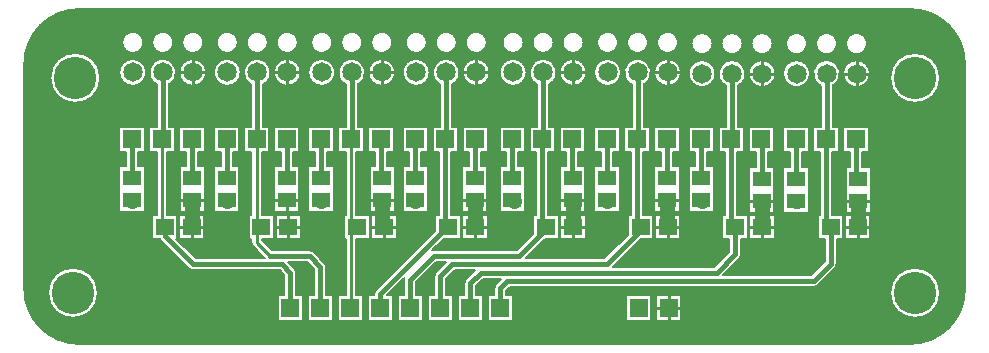
<source format=gtl>
G04 DesignSpark PCB Gerber Version 12.0 Build 5942*
%FSLAX35Y35*%
%MOMM*%
%ADD20R,1.52400X1.52400*%
%ADD13C,0.12700*%
%ADD12C,0.25400*%
%ADD16C,0.38100*%
%ADD18C,1.21920*%
%ADD17C,1.27000*%
%ADD71C,1.65000*%
%ADD19C,3.59000*%
%ADD70R,1.52400X1.29540*%
%ADD21R,1.52400X1.39700*%
X0Y0D02*
D02*
D12*
X1220350Y1944350D02*
Y1226050D01*
X1242050Y1204350D01*
X1407150D02*
X1356350D01*
X1410550Y2510350D02*
X1359750D01*
X1412850Y1429100D02*
X1362050D01*
X1470650Y1147200D02*
Y1096400D01*
Y1261500D02*
Y1312300D01*
X1476350Y1377030D02*
Y1326250D01*
X1480350Y2440550D02*
Y2389750D01*
Y2580150D02*
Y2630950D01*
X1534150Y1204350D02*
X1584950D01*
X1539850Y1429100D02*
X1590650D01*
X1550150Y2510350D02*
X1600950D01*
X2020350Y1944350D02*
Y1070350D01*
X2136350Y954350D01*
X2210550Y2510350D02*
X2159750D01*
X2212850Y1429100D02*
X2162050D01*
X2227150Y1204350D02*
X2176350D01*
X2276350Y1377030D02*
Y1326250D01*
X2280350Y2440550D02*
Y2389750D01*
Y2580150D02*
Y2630950D01*
X2290650Y1147200D02*
Y1096400D01*
Y1261500D02*
Y1312300D01*
X2339850Y1429100D02*
X2390650D01*
X2350150Y2510350D02*
X2400950D01*
X2354150Y1204350D02*
X2404950D01*
X2820350Y1944350D02*
Y520350D01*
X2814350Y514350D01*
X3010550Y2510350D02*
X2959750D01*
X3022850Y1429100D02*
X2972050D01*
X3037150Y1204350D02*
X2986350D01*
X3080350Y2440550D02*
Y2389750D01*
Y2580150D02*
Y2630950D01*
X3086350Y1377030D02*
Y1326250D01*
X3100650Y1147200D02*
Y1096400D01*
Y1261500D02*
Y1312300D01*
X3149850Y1429100D02*
X3200650D01*
X3150150Y2510350D02*
X3200950D01*
X3164150Y1204350D02*
X3214950D01*
X3802850Y1429100D02*
X3752050D01*
X3807150Y1204350D02*
X3756350D01*
X3810550Y2510350D02*
X3759750D01*
X3866350Y1377030D02*
Y1326250D01*
X3870650Y1147200D02*
Y1096400D01*
Y1261500D02*
Y1312300D01*
X3880350Y2440550D02*
Y2389750D01*
Y2580150D02*
Y2630950D01*
X3929850Y1429100D02*
X3980650D01*
X3934150Y1204350D02*
X3984950D01*
X3950150Y2510350D02*
X4000950D01*
X4630550D02*
X4579750D01*
X4632850Y1429100D02*
X4582050D01*
X4637150Y1204350D02*
X4586350D01*
X4696350Y1377030D02*
Y1326250D01*
X4700350Y2440550D02*
Y2389750D01*
Y2580150D02*
Y2630950D01*
X4700650Y1147200D02*
Y1096400D01*
Y1261500D02*
Y1312300D01*
X4759850Y1429100D02*
X4810650D01*
X4764150Y1204350D02*
X4814950D01*
X4770150Y2510350D02*
X4820950D01*
X5430550D02*
X5379750D01*
X5432850Y1429100D02*
X5382050D01*
X5437150Y1204350D02*
X5386350D01*
X5446850Y514350D02*
X5396050D01*
X5496350Y1377030D02*
Y1326250D01*
X5500350Y2440550D02*
Y2389750D01*
Y2580150D02*
Y2630950D01*
X5500650Y1147200D02*
Y1096400D01*
Y1261500D02*
Y1312300D01*
X5510350Y450850D02*
Y400050D01*
Y577850D02*
Y628650D01*
X5559850Y1429100D02*
X5610650D01*
X5564150Y1204350D02*
X5614950D01*
X5570150Y2510350D02*
X5620950D01*
X5573850Y514350D02*
X5624650D01*
X6230550Y2500350D02*
X6179750D01*
X6232850Y1419100D02*
X6182050D01*
X6237150Y1204350D02*
X6186350D01*
X6296350Y1367030D02*
Y1316250D01*
X6300350Y2430550D02*
Y2379750D01*
Y2570150D02*
Y2620950D01*
X6300650Y1147200D02*
Y1096400D01*
Y1261500D02*
Y1312300D01*
X6359850Y1419100D02*
X6410650D01*
X6364150Y1204350D02*
X6414950D01*
X6370150Y2500350D02*
X6420950D01*
X7030550D02*
X6979750D01*
X7047150Y1204350D02*
X6996350D01*
X7052850Y1419100D02*
X7002050D01*
X7100350Y2430550D02*
Y2379750D01*
Y2570150D02*
Y2620950D01*
X7110650Y1147200D02*
Y1096400D01*
Y1261500D02*
Y1312300D01*
X7116350Y1367030D02*
Y1316250D01*
X7170150Y2500350D02*
X7220950D01*
X7174150Y1204350D02*
X7224950D01*
X7179850Y1419100D02*
X7230650D01*
D02*
D13*
X54450Y2584350D02*
Y674350D01*
G75*
G03*
X516350Y212450I461900J0D01*
G01*
X7556350D01*
G75*
G03*
X8018250Y674350I0J461900D01*
G01*
Y2584350D01*
G75*
G03*
X7556350Y3046250I-461900J0D01*
G01*
X516350D01*
G75*
G03*
X54450Y2584350I0J-461900D01*
G01*
X972350Y2624600D02*
G75*
G02*
X1086600Y2510350I0J-114250D01*
G01*
G75*
G02*
X972350Y2396100I-114250J0D01*
G01*
G75*
G02*
X858100Y2510350I0J114250D01*
G01*
G75*
G02*
X972350Y2624600I114250J0D01*
G01*
X858400Y1332550D02*
Y1716150D01*
X915550D01*
Y1836400D01*
X858400D01*
Y2052300D01*
X1074300D01*
Y1836400D01*
X1017150D01*
Y1716150D01*
X1074300D01*
Y1332550D01*
X991750D01*
G75*
G02*
X940950I-25400J91790D01*
G01*
X858400D01*
X972350Y2853600D02*
G75*
G02*
X1061600Y2764350I0J-89250D01*
G01*
G75*
G02*
X972350Y2675100I-89250J0D01*
G01*
G75*
G02*
X883100Y2764350I0J89250D01*
G01*
G75*
G02*
X972350Y2853600I89250J0D01*
G01*
X1226350Y2624600D02*
G75*
G02*
X1277150Y2408020I0J-114250D01*
G01*
Y2052300D01*
X1328300D01*
Y1836400D01*
X1264800D01*
Y1305950D01*
X1350000D01*
Y1102750D01*
X1339790D01*
X1507390Y935150D01*
X2089320D01*
G75*
G02*
X2087530Y940310I47020J19200D01*
G01*
X1989160Y1038680D01*
G75*
G02*
X1975900Y1070350I31190J31670D01*
G01*
Y1102750D01*
X1954100D01*
Y1305950D01*
X1975900D01*
Y1836400D01*
X1912400D01*
Y2052300D01*
X1975550D01*
Y2408020D01*
G75*
G02*
X2026350Y2624600I50800J102330D01*
G01*
G75*
G02*
X2077150Y2408020I0J-114250D01*
G01*
Y2052300D01*
X2128300D01*
Y1836400D01*
X2064800D01*
Y1305950D01*
X2170000D01*
Y1102750D01*
X2064800D01*
Y1088760D01*
X2148410Y1005150D01*
X2470350D01*
G75*
G02*
X2506540Y990000I0J-50800D01*
G01*
X2596000Y900540D01*
G75*
G02*
X2611150Y864350I-35650J-36190D01*
G01*
Y622300D01*
X2668300D01*
Y406400D01*
X2452400D01*
Y622300D01*
X2509550D01*
Y843310D01*
X2449310Y903550D01*
X2288990D01*
X2342000Y850540D01*
G75*
G02*
X2357150Y814350I-35650J-36190D01*
G01*
Y622300D01*
X2414300D01*
Y406400D01*
X2198400D01*
Y622300D01*
X2255550D01*
Y793310D01*
X2215310Y833550D01*
X1486350D01*
G75*
G02*
X1450160Y848700I0J50800D01*
G01*
X1206400Y1092460D01*
G75*
G02*
X1198350Y1102750I35650J36180D01*
G01*
X1134100D01*
Y1305950D01*
X1175900D01*
Y1836400D01*
X1112400D01*
Y2052300D01*
X1175550D01*
Y2408020D01*
G75*
G02*
X1226350Y2624600I50800J102330D01*
G01*
Y2853600D02*
G75*
G02*
X1315600Y2764350I0J-89250D01*
G01*
G75*
G02*
X1226350Y2675100I-89250J0D01*
G01*
G75*
G02*
X1137100Y2764350I0J89250D01*
G01*
G75*
G02*
X1226350Y2853600I89250J0D01*
G01*
X1362700Y1305950D02*
X1578600D01*
Y1102750D01*
X1362700D01*
Y1305950D01*
X1480350Y2624600D02*
G75*
G02*
X1594600Y2510350I0J-114250D01*
G01*
G75*
G02*
X1480350Y2396100I-114250J0D01*
G01*
G75*
G02*
X1366100Y2510350I0J114250D01*
G01*
G75*
G02*
X1480350Y2624600I114250J0D01*
G01*
X1366400Y2052300D02*
X1582300D01*
Y1836400D01*
X1525150D01*
Y1716150D01*
X1584300D01*
Y1332550D01*
X1368400D01*
Y1716150D01*
X1423550D01*
Y1836400D01*
X1366400D01*
Y2052300D01*
X1480350Y2853600D02*
G75*
G02*
X1569600Y2764350I0J-89250D01*
G01*
G75*
G02*
X1480350Y2675100I-89250J0D01*
G01*
G75*
G02*
X1391100Y2764350I0J89250D01*
G01*
G75*
G02*
X1480350Y2853600I89250J0D01*
G01*
X1772350Y2624600D02*
G75*
G02*
X1886600Y2510350I0J-114250D01*
G01*
G75*
G02*
X1772350Y2396100I-114250J0D01*
G01*
G75*
G02*
X1658100Y2510350I0J114250D01*
G01*
G75*
G02*
X1772350Y2624600I114250J0D01*
G01*
X1658400Y1332550D02*
Y1716150D01*
X1715550D01*
Y1836400D01*
X1658400D01*
Y2052300D01*
X1874300D01*
Y1836400D01*
X1817150D01*
Y1716150D01*
X1874300D01*
Y1332550D01*
X1791750D01*
G75*
G02*
X1740950I-25400J91790D01*
G01*
X1658400D01*
X1772350Y2853600D02*
G75*
G02*
X1861600Y2764350I0J-89250D01*
G01*
G75*
G02*
X1772350Y2675100I-89250J0D01*
G01*
G75*
G02*
X1683100Y2764350I0J89250D01*
G01*
G75*
G02*
X1772350Y2853600I89250J0D01*
G01*
X2026350D02*
G75*
G02*
X2115600Y2764350I0J-89250D01*
G01*
G75*
G02*
X2026350Y2675100I-89250J0D01*
G01*
G75*
G02*
X1937100Y2764350I0J89250D01*
G01*
G75*
G02*
X2026350Y2853600I89250J0D01*
G01*
X2280350Y2624600D02*
G75*
G02*
X2394600Y2510350I0J-114250D01*
G01*
G75*
G02*
X2280350Y2396100I-114250J0D01*
G01*
G75*
G02*
X2166100Y2510350I0J114250D01*
G01*
G75*
G02*
X2280350Y2624600I114250J0D01*
G01*
X2166400Y2052300D02*
X2382300D01*
Y1836400D01*
X2325150D01*
Y1716150D01*
X2384300D01*
Y1332550D01*
X2168400D01*
Y1716150D01*
X2223550D01*
Y1836400D01*
X2166400D01*
Y2052300D01*
X2182700Y1305950D02*
X2398600D01*
Y1102750D01*
X2182700D01*
Y1305950D01*
X2280350Y2853600D02*
G75*
G02*
X2369600Y2764350I0J-89250D01*
G01*
G75*
G02*
X2280350Y2675100I-89250J0D01*
G01*
G75*
G02*
X2191100Y2764350I0J89250D01*
G01*
G75*
G02*
X2280350Y2853600I89250J0D01*
G01*
X2572350Y2624600D02*
G75*
G02*
X2686600Y2510350I0J-114250D01*
G01*
G75*
G02*
X2572350Y2396100I-114250J0D01*
G01*
G75*
G02*
X2458100Y2510350I0J114250D01*
G01*
G75*
G02*
X2572350Y2624600I114250J0D01*
G01*
X2458400Y1332550D02*
Y1716150D01*
X2515550D01*
Y1836400D01*
X2458400D01*
Y2052300D01*
X2674300D01*
Y1836400D01*
X2617150D01*
Y1716150D01*
X2674300D01*
Y1332550D01*
X2591750D01*
G75*
G02*
X2540950I-25400J91790D01*
G01*
X2458400D01*
X2572350Y2853600D02*
G75*
G02*
X2661600Y2764350I0J-89250D01*
G01*
G75*
G02*
X2572350Y2675100I-89250J0D01*
G01*
G75*
G02*
X2483100Y2764350I0J89250D01*
G01*
G75*
G02*
X2572350Y2853600I89250J0D01*
G01*
X2706400Y622300D02*
X2775900D01*
Y1102750D01*
X2764100D01*
Y1305950D01*
X2775900D01*
Y1836400D01*
X2712400D01*
Y2052300D01*
X2775550D01*
Y2408020D01*
G75*
G02*
X2826350Y2624600I50800J102330D01*
G01*
G75*
G02*
X2877150Y2408020I0J-114250D01*
G01*
Y2052300D01*
X2928300D01*
Y1836400D01*
X2864800D01*
Y1305950D01*
X2980000D01*
Y1102750D01*
X2864800D01*
Y622300D01*
X2922300D01*
Y406400D01*
X2706400D01*
Y622300D01*
X2960400D02*
X3017550D01*
Y634350D01*
G75*
G02*
X3032700Y670540I50800J0D01*
G01*
X3534100Y1171940D01*
Y1305950D01*
X3569550D01*
Y1836400D01*
X3512400D01*
Y2052300D01*
X3575550D01*
Y2408020D01*
G75*
G02*
X3626350Y2624600I50800J102330D01*
G01*
G75*
G02*
X3677150Y2408020I0J-114250D01*
G01*
Y2052300D01*
X3728300D01*
Y1836400D01*
X3671150D01*
Y1305950D01*
X3750000D01*
Y1102750D01*
X3608590D01*
X3509280Y1003440D01*
G75*
G02*
X3522350Y1005150I13070J-49090D01*
G01*
X4225310D01*
X4364100Y1143940D01*
Y1305950D01*
X4389550D01*
Y1836400D01*
X4332400D01*
Y2052300D01*
X4395550D01*
Y2408020D01*
G75*
G02*
X4446350Y2624600I50800J102330D01*
G01*
G75*
G02*
X4497150Y2408020I0J-114250D01*
G01*
Y2052300D01*
X4548300D01*
Y1836400D01*
X4491150D01*
Y1305950D01*
X4580000D01*
Y1102750D01*
X4466590D01*
X4298990Y935150D01*
X4965310D01*
X5164100Y1133940D01*
Y1305950D01*
X5189550D01*
Y1836400D01*
X5132400D01*
Y2052300D01*
X5195550D01*
Y2408020D01*
G75*
G02*
X5246350Y2624600I50800J102330D01*
G01*
G75*
G02*
X5297150Y2408020I0J-114250D01*
G01*
Y2052300D01*
X5348300D01*
Y1836400D01*
X5291150D01*
Y1305950D01*
X5380000D01*
Y1102750D01*
X5276590D01*
G75*
G02*
X5276000Y1102160I-36180J35590D01*
G01*
X5038990Y865150D01*
X5895310D01*
X6021250Y991090D01*
Y1102750D01*
X5964100D01*
Y1305950D01*
X5989550D01*
Y1836400D01*
X5932400D01*
Y2052300D01*
X5995550D01*
Y2398020D01*
G75*
G02*
X6046350Y2614600I50800J102330D01*
G01*
G75*
G02*
X6097150Y2398020I0J-114250D01*
G01*
Y2052300D01*
X6148300D01*
Y1836400D01*
X6091150D01*
Y1305950D01*
X6180000D01*
Y1102750D01*
X6122850D01*
Y970050D01*
G75*
G02*
X6107700Y933860I-50800J0D01*
G01*
X5968990Y795150D01*
X6715310D01*
X6831250Y911090D01*
Y1102750D01*
X6774100D01*
Y1305950D01*
X6789550D01*
Y1836400D01*
X6732400D01*
Y2052300D01*
X6795550D01*
Y2398020D01*
G75*
G02*
X6846350Y2614600I50800J102330D01*
G01*
G75*
G02*
X6897150Y2398020I0J-114250D01*
G01*
Y2052300D01*
X6948300D01*
Y1836400D01*
X6891150D01*
Y1305950D01*
X6990000D01*
Y1102750D01*
X6932850D01*
Y890050D01*
G75*
G02*
X6917700Y853860I-50800J0D01*
G01*
X6772540Y708700D01*
G75*
G02*
X6736350Y693550I-36190J35650D01*
G01*
X4165390D01*
X4135150Y663310D01*
Y622300D01*
X4192300D01*
Y406400D01*
X3976400D01*
Y622300D01*
X4033550D01*
Y684350D01*
G75*
G02*
X4048700Y720540I50800J0D01*
G01*
X4091710Y763550D01*
X3941390D01*
X3881150Y703310D01*
Y622300D01*
X3938300D01*
Y406400D01*
X3722400D01*
Y622300D01*
X3779550D01*
Y724350D01*
G75*
G02*
X3794700Y760540I50800J0D01*
G01*
X3867710Y833550D01*
X3697390D01*
X3627150Y763310D01*
Y622300D01*
X3684300D01*
Y406400D01*
X3468400D01*
Y622300D01*
X3525550D01*
Y784350D01*
G75*
G02*
X3540700Y820540I50800J0D01*
G01*
X3623710Y903550D01*
X3543390D01*
X3373150Y733310D01*
Y622300D01*
X3430300D01*
Y406400D01*
X3214400D01*
Y622300D01*
X3271550D01*
Y754350D01*
G75*
G02*
X3273260Y767420I50800J0D01*
G01*
X3128140Y622300D01*
X3176300D01*
Y406400D01*
X2960400D01*
Y622300D01*
X5148400D02*
X5364300D01*
Y406400D01*
X5148400D01*
Y622300D01*
X5402400D02*
X5618300D01*
Y406400D01*
X5402400D01*
Y622300D01*
X2826350Y2853600D02*
G75*
G02*
X2915600Y2764350I0J-89250D01*
G01*
G75*
G02*
X2826350Y2675100I-89250J0D01*
G01*
G75*
G02*
X2737100Y2764350I0J89250D01*
G01*
G75*
G02*
X2826350Y2853600I89250J0D01*
G01*
X3080350Y2624600D02*
G75*
G02*
X3194600Y2510350I0J-114250D01*
G01*
G75*
G02*
X3080350Y2396100I-114250J0D01*
G01*
G75*
G02*
X2966100Y2510350I0J114250D01*
G01*
G75*
G02*
X3080350Y2624600I114250J0D01*
G01*
X2966400Y2052300D02*
X3182300D01*
Y1836400D01*
X3125150D01*
Y1716150D01*
X3194300D01*
Y1332550D01*
X2978400D01*
Y1716150D01*
X3023550D01*
Y1836400D01*
X2966400D01*
Y2052300D01*
X2992700Y1305950D02*
X3208600D01*
Y1102750D01*
X2992700D01*
Y1305950D01*
X3080350Y2853600D02*
G75*
G02*
X3169600Y2764350I0J-89250D01*
G01*
G75*
G02*
X3080350Y2675100I-89250J0D01*
G01*
G75*
G02*
X2991100Y2764350I0J89250D01*
G01*
G75*
G02*
X3080350Y2853600I89250J0D01*
G01*
X3372350Y2624600D02*
G75*
G02*
X3486600Y2510350I0J-114250D01*
G01*
G75*
G02*
X3372350Y2396100I-114250J0D01*
G01*
G75*
G02*
X3258100Y2510350I0J114250D01*
G01*
G75*
G02*
X3372350Y2624600I114250J0D01*
G01*
X3258400Y1332550D02*
Y1716150D01*
X3315550D01*
Y1836400D01*
X3258400D01*
Y2052300D01*
X3474300D01*
Y1836400D01*
X3417150D01*
Y1716150D01*
X3474300D01*
Y1332550D01*
X3391750D01*
G75*
G02*
X3340950I-25400J91790D01*
G01*
X3258400D01*
X3372350Y2853600D02*
G75*
G02*
X3461600Y2764350I0J-89250D01*
G01*
G75*
G02*
X3372350Y2675100I-89250J0D01*
G01*
G75*
G02*
X3283100Y2764350I0J89250D01*
G01*
G75*
G02*
X3372350Y2853600I89250J0D01*
G01*
X3626350D02*
G75*
G02*
X3715600Y2764350I0J-89250D01*
G01*
G75*
G02*
X3626350Y2675100I-89250J0D01*
G01*
G75*
G02*
X3537100Y2764350I0J89250D01*
G01*
G75*
G02*
X3626350Y2853600I89250J0D01*
G01*
X3758400Y1332550D02*
Y1716150D01*
X3823550D01*
Y1836400D01*
X3766400D01*
Y2052300D01*
X3982300D01*
Y1836400D01*
X3925150D01*
Y1716150D01*
X3974300D01*
Y1332550D01*
X3758400D01*
X3762700Y1305950D02*
X3978600D01*
Y1102750D01*
X3762700D01*
Y1305950D01*
X3880350Y2624600D02*
G75*
G02*
X3994600Y2510350I0J-114250D01*
G01*
G75*
G02*
X3880350Y2396100I-114250J0D01*
G01*
G75*
G02*
X3766100Y2510350I0J114250D01*
G01*
G75*
G02*
X3880350Y2624600I114250J0D01*
G01*
Y2853600D02*
G75*
G02*
X3969600Y2764350I0J-89250D01*
G01*
G75*
G02*
X3880350Y2675100I-89250J0D01*
G01*
G75*
G02*
X3791100Y2764350I0J89250D01*
G01*
G75*
G02*
X3880350Y2853600I89250J0D01*
G01*
X4192350Y2624600D02*
G75*
G02*
X4306600Y2510350I0J-114250D01*
G01*
G75*
G02*
X4192350Y2396100I-114250J0D01*
G01*
G75*
G02*
X4078100Y2510350I0J114250D01*
G01*
G75*
G02*
X4192350Y2624600I114250J0D01*
G01*
X4078400Y1332550D02*
Y1716150D01*
X4135550D01*
Y1836400D01*
X4078400D01*
Y2052300D01*
X4294300D01*
Y1836400D01*
X4237150D01*
Y1716150D01*
X4294300D01*
Y1332550D01*
X4226190D01*
G75*
G02*
X4166510I-29840J91800D01*
G01*
X4078400D01*
X4192350Y2853600D02*
G75*
G02*
X4281600Y2764350I0J-89250D01*
G01*
G75*
G02*
X4192350Y2675100I-89250J0D01*
G01*
G75*
G02*
X4103100Y2764350I0J89250D01*
G01*
G75*
G02*
X4192350Y2853600I89250J0D01*
G01*
X4446350D02*
G75*
G02*
X4535600Y2764350I0J-89250D01*
G01*
G75*
G02*
X4446350Y2675100I-89250J0D01*
G01*
G75*
G02*
X4357100Y2764350I0J89250D01*
G01*
G75*
G02*
X4446350Y2853600I89250J0D01*
G01*
X4700350Y2624600D02*
G75*
G02*
X4814600Y2510350I0J-114250D01*
G01*
G75*
G02*
X4700350Y2396100I-114250J0D01*
G01*
G75*
G02*
X4586100Y2510350I0J114250D01*
G01*
G75*
G02*
X4700350Y2624600I114250J0D01*
G01*
X4586400Y2052300D02*
X4802300D01*
Y1836400D01*
X4745150D01*
Y1716150D01*
X4804300D01*
Y1332550D01*
X4588400D01*
Y1716150D01*
X4643550D01*
Y1836400D01*
X4586400D01*
Y2052300D01*
X4592700Y1305950D02*
X4808600D01*
Y1102750D01*
X4592700D01*
Y1305950D01*
X4700350Y2853600D02*
G75*
G02*
X4789600Y2764350I0J-89250D01*
G01*
G75*
G02*
X4700350Y2675100I-89250J0D01*
G01*
G75*
G02*
X4611100Y2764350I0J89250D01*
G01*
G75*
G02*
X4700350Y2853600I89250J0D01*
G01*
X4992350Y2624600D02*
G75*
G02*
X5106600Y2510350I0J-114250D01*
G01*
G75*
G02*
X4992350Y2396100I-114250J0D01*
G01*
G75*
G02*
X4878100Y2510350I0J114250D01*
G01*
G75*
G02*
X4992350Y2624600I114250J0D01*
G01*
X4878400Y1332550D02*
Y1716150D01*
X4935550D01*
Y1836400D01*
X4878400D01*
Y2052300D01*
X5094300D01*
Y1836400D01*
X5037150D01*
Y1716150D01*
X5094300D01*
Y1332550D01*
X5011750D01*
G75*
G02*
X4960950I-25400J91790D01*
G01*
X4878400D01*
X4992350Y2853600D02*
G75*
G02*
X5081600Y2764350I0J-89250D01*
G01*
G75*
G02*
X4992350Y2675100I-89250J0D01*
G01*
G75*
G02*
X4903100Y2764350I0J89250D01*
G01*
G75*
G02*
X4992350Y2853600I89250J0D01*
G01*
X5246350D02*
G75*
G02*
X5335600Y2764350I0J-89250D01*
G01*
G75*
G02*
X5246350Y2675100I-89250J0D01*
G01*
G75*
G02*
X5157100Y2764350I0J89250D01*
G01*
G75*
G02*
X5246350Y2853600I89250J0D01*
G01*
X5500350Y2624600D02*
G75*
G02*
X5614600Y2510350I0J-114250D01*
G01*
G75*
G02*
X5500350Y2396100I-114250J0D01*
G01*
G75*
G02*
X5386100Y2510350I0J114250D01*
G01*
G75*
G02*
X5500350Y2624600I114250J0D01*
G01*
X5386400Y2052300D02*
X5602300D01*
Y1836400D01*
X5545150D01*
Y1716150D01*
X5604300D01*
Y1332550D01*
X5388400D01*
Y1716150D01*
X5443550D01*
Y1836400D01*
X5386400D01*
Y2052300D01*
X5392700Y1305950D02*
X5608600D01*
Y1102750D01*
X5392700D01*
Y1305950D01*
X5500350Y2853600D02*
G75*
G02*
X5589600Y2764350I0J-89250D01*
G01*
G75*
G02*
X5500350Y2675100I-89250J0D01*
G01*
G75*
G02*
X5411100Y2764350I0J89250D01*
G01*
G75*
G02*
X5500350Y2853600I89250J0D01*
G01*
X5792350Y2614600D02*
G75*
G02*
X5906600Y2500350I0J-114250D01*
G01*
G75*
G02*
X5792350Y2386100I-114250J0D01*
G01*
G75*
G02*
X5678100Y2500350I0J114250D01*
G01*
G75*
G02*
X5792350Y2614600I114250J0D01*
G01*
X5678400Y1332550D02*
Y1716150D01*
X5735550D01*
Y1836400D01*
X5678400D01*
Y2052300D01*
X5894300D01*
Y1836400D01*
X5837150D01*
Y1716150D01*
X5894300D01*
Y1332550D01*
X5826190D01*
G75*
G02*
X5766510I-29840J91800D01*
G01*
X5678400D01*
X5792350Y2843600D02*
G75*
G02*
X5881600Y2754350I0J-89250D01*
G01*
G75*
G02*
X5792350Y2665100I-89250J0D01*
G01*
G75*
G02*
X5703100Y2754350I0J89250D01*
G01*
G75*
G02*
X5792350Y2843600I89250J0D01*
G01*
X6046350D02*
G75*
G02*
X6135600Y2754350I0J-89250D01*
G01*
G75*
G02*
X6046350Y2665100I-89250J0D01*
G01*
G75*
G02*
X5957100Y2754350I0J89250D01*
G01*
G75*
G02*
X6046350Y2843600I89250J0D01*
G01*
X6300350Y2614600D02*
G75*
G02*
X6414600Y2500350I0J-114250D01*
G01*
G75*
G02*
X6300350Y2386100I-114250J0D01*
G01*
G75*
G02*
X6186100Y2500350I0J114250D01*
G01*
G75*
G02*
X6300350Y2614600I114250J0D01*
G01*
X6186400Y2052300D02*
X6402300D01*
Y1836400D01*
X6347150D01*
Y1706150D01*
X6404300D01*
Y1322550D01*
X6188400D01*
Y1706150D01*
X6245550D01*
Y1836400D01*
X6186400D01*
Y2052300D01*
X6192700Y1305950D02*
X6408600D01*
Y1102750D01*
X6192700D01*
Y1305950D01*
X6300350Y2843600D02*
G75*
G02*
X6389600Y2754350I0J-89250D01*
G01*
G75*
G02*
X6300350Y2665100I-89250J0D01*
G01*
G75*
G02*
X6211100Y2754350I0J89250D01*
G01*
G75*
G02*
X6300350Y2843600I89250J0D01*
G01*
X6592350Y2614600D02*
G75*
G02*
X6706600Y2500350I0J-114250D01*
G01*
G75*
G02*
X6592350Y2386100I-114250J0D01*
G01*
G75*
G02*
X6478100Y2500350I0J114250D01*
G01*
G75*
G02*
X6592350Y2614600I114250J0D01*
G01*
X6478400Y1322550D02*
Y1706150D01*
X6535550D01*
Y1836400D01*
X6478400D01*
Y2052300D01*
X6694300D01*
Y1836400D01*
X6637150D01*
Y1706150D01*
X6694300D01*
Y1322550D01*
X6587270D01*
G75*
G02*
X6585430I-920J96270D01*
G01*
X6478400D01*
X6592350Y2843600D02*
G75*
G02*
X6681600Y2754350I0J-89250D01*
G01*
G75*
G02*
X6592350Y2665100I-89250J0D01*
G01*
G75*
G02*
X6503100Y2754350I0J89250D01*
G01*
G75*
G02*
X6592350Y2843600I89250J0D01*
G01*
X6846350D02*
G75*
G02*
X6935600Y2754350I0J-89250D01*
G01*
G75*
G02*
X6846350Y2665100I-89250J0D01*
G01*
G75*
G02*
X6757100Y2754350I0J89250D01*
G01*
G75*
G02*
X6846350Y2843600I89250J0D01*
G01*
X7100350Y2614600D02*
G75*
G02*
X7214600Y2500350I0J-114250D01*
G01*
G75*
G02*
X7100350Y2386100I-114250J0D01*
G01*
G75*
G02*
X6986100Y2500350I0J114250D01*
G01*
G75*
G02*
X7100350Y2614600I114250J0D01*
G01*
X6986400Y2052300D02*
X7202300D01*
Y1836400D01*
X7145150D01*
Y1706150D01*
X7224300D01*
Y1322550D01*
X7008400D01*
Y1706150D01*
X7043550D01*
Y1836400D01*
X6986400D01*
Y2052300D01*
X7002700Y1305950D02*
X7218600D01*
Y1102750D01*
X7002700D01*
Y1305950D01*
X7100350Y2843600D02*
G75*
G02*
X7189600Y2754350I0J-89250D01*
G01*
G75*
G02*
X7100350Y2665100I-89250J0D01*
G01*
G75*
G02*
X7011100Y2754350I0J89250D01*
G01*
G75*
G02*
X7100350Y2843600I89250J0D01*
G01*
X7385100Y644350D02*
G75*
G02*
X7807600I211250J0D01*
G01*
G75*
G02*
X7385100I-211250J0D01*
G01*
Y2464350D02*
G75*
G02*
X7807600I211250J0D01*
G01*
G75*
G02*
X7385100I-211250J0D01*
G01*
X255100Y644350D02*
G75*
G02*
X677600I211250J0D01*
G01*
G75*
G02*
X255100I-211250J0D01*
G01*
X275100Y2464350D02*
G75*
G02*
X697600I211250J0D01*
G01*
G75*
G02*
X275100I-211250J0D01*
G01*
X299840Y514350D02*
G36*
X299840Y514350D02*
X83050D01*
G75*
G03*
X440030Y218800I433310J160010D01*
G01*
X7632670D01*
G75*
G03*
X7989650Y514350I-76330J455560D01*
G01*
X7762860D01*
G75*
G02*
X7429840I-166510J130000D01*
G01*
X5618300D01*
Y406400D01*
X5402400D01*
Y514350D01*
X5364300D01*
Y406400D01*
X5148400D01*
Y514350D01*
X4192300D01*
Y406400D01*
X3976400D01*
Y514350D01*
X3938300D01*
Y406400D01*
X3722400D01*
Y514350D01*
X3684300D01*
Y406400D01*
X3468400D01*
Y514350D01*
X3430300D01*
Y406400D01*
X3214400D01*
Y514350D01*
X3176300D01*
Y406400D01*
X2960400D01*
Y514350D01*
X2922300D01*
Y406400D01*
X2706400D01*
Y514350D01*
X2668300D01*
Y406400D01*
X2452400D01*
Y514350D01*
X2414300D01*
Y406400D01*
X2198400D01*
Y514350D01*
X632860D01*
G75*
G02*
X299840I-166510J130000D01*
G01*
G37*
X60800Y1204350D02*
G36*
X60800Y1204350D02*
Y598030D01*
G75*
G03*
X83050Y514350I455570J76330D01*
G01*
X299840D01*
G75*
G02*
X255100Y644350I166520J130010D01*
G01*
G75*
G02*
X677600I211250J0D01*
G01*
G75*
G02*
X632860Y514350I-211260J10D01*
G01*
X2198400D01*
Y622300D01*
X2255550D01*
Y793310D01*
X2215310Y833550D01*
X1486350D01*
G75*
G02*
X1450160Y848700I-10J50780D01*
G01*
X1206400Y1092460D01*
G75*
G02*
X1198350Y1102750I35150J35790D01*
G01*
X1134100D01*
Y1204350D01*
X60800D01*
G37*
X1350000Y1102750D02*
G36*
X1350000Y1102750D02*
X1339790D01*
X1507390Y935150D01*
X2089320D01*
G75*
G02*
X2087530Y940310I50910J20550D01*
G01*
X1989160Y1038680D01*
G75*
G02*
X1975900Y1070350I31190J31670D01*
G01*
Y1102750D01*
X1954100D01*
Y1204350D01*
X1578600D01*
Y1102750D01*
X1362700D01*
Y1204350D01*
X1350000D01*
Y1102750D01*
G37*
X2064800D02*
G36*
X2064800Y1102750D02*
Y1088760D01*
X2148410Y1005150D01*
X2470350D01*
G75*
G02*
X2506540Y990000I10J-50780D01*
G01*
X2596000Y900540D01*
G75*
G02*
X2611150Y864360I-35630J-36180D01*
G01*
G75*
G02*
Y864350I-63660J0D01*
G01*
Y622300D01*
X2668300D01*
Y514350D01*
X2706400D01*
Y622300D01*
X2775900D01*
Y1102750D01*
X2764100D01*
Y1204350D01*
X2398600D01*
Y1102750D01*
X2182700D01*
Y1204350D01*
X2170000D01*
Y1102750D01*
X2064800D01*
G37*
X2288990Y903550D02*
G36*
X2288990Y903550D02*
X2342000Y850540D01*
G75*
G02*
X2357150Y814360I-35630J-36180D01*
G01*
G75*
G02*
Y814350I-63660J0D01*
G01*
Y622300D01*
X2414300D01*
Y514350D01*
X2452400D01*
Y622300D01*
X2509550D01*
Y843310D01*
X2449310Y903550D01*
X2288990D01*
G37*
X2864800Y1102750D02*
G36*
X2864800Y1102750D02*
Y622300D01*
X2922300D01*
Y514350D01*
X2960400D01*
Y622300D01*
X3017550D01*
Y634350D01*
G75*
G02*
Y634360I63660J10D01*
G01*
G75*
G02*
X3032700Y670540I50780J0D01*
G01*
X3534100Y1171940D01*
Y1204350D01*
X3208600D01*
Y1102750D01*
X2992700D01*
Y1204350D01*
X2980000D01*
Y1102750D01*
X2864800D01*
G37*
X3176300Y622300D02*
G36*
X3176300Y622300D02*
Y514350D01*
X3214400D01*
Y622300D01*
X3271550D01*
Y754350D01*
G75*
G02*
X3273260Y767420I50890J-10D01*
G01*
X3128140Y622300D01*
X3176300D01*
G37*
X3373150Y733310D02*
G36*
X3373150Y733310D02*
Y622300D01*
X3430300D01*
Y514350D01*
X3468400D01*
Y622300D01*
X3525550D01*
Y784350D01*
G75*
G02*
Y784360I63660J10D01*
G01*
G75*
G02*
X3540700Y820540I50780J0D01*
G01*
X3623710Y903550D01*
X3543390D01*
X3373150Y733310D01*
G37*
X3509280Y1003440D02*
G36*
X3509280Y1003440D02*
G75*
G02*
X3522350Y1005150I13080J-49180D01*
G01*
X4225310D01*
X4364100Y1143940D01*
Y1204350D01*
X3978600D01*
Y1102750D01*
X3762700D01*
Y1204350D01*
X3750000D01*
Y1102750D01*
X3608590D01*
X3509280Y1003440D01*
G37*
X3627150Y763310D02*
G36*
X3627150Y763310D02*
Y622300D01*
X3684300D01*
Y514350D01*
X3722400D01*
Y622300D01*
X3779550D01*
Y724350D01*
G75*
G02*
Y724360I63660J10D01*
G01*
G75*
G02*
X3794700Y760540I50780J0D01*
G01*
X3867710Y833550D01*
X3697390D01*
X3627150Y763310D01*
G37*
X3881150Y703310D02*
G36*
X3881150Y703310D02*
Y622300D01*
X3938300D01*
Y514350D01*
X3976400D01*
Y622300D01*
X4033550D01*
Y684350D01*
G75*
G02*
Y684360I63660J10D01*
G01*
G75*
G02*
X4048700Y720540I50780J0D01*
G01*
X4091710Y763550D01*
X3941390D01*
X3881150Y703310D01*
G37*
X4135150Y663310D02*
G36*
X4135150Y663310D02*
Y622300D01*
X4192300D01*
Y514350D01*
X5148400D01*
Y622300D01*
X5364300D01*
Y514350D01*
X5402400D01*
Y622300D01*
X5618300D01*
Y514350D01*
X7429840D01*
G75*
G02*
X7385100Y644350I166520J130010D01*
G01*
G75*
G02*
X7807600I211250J0D01*
G01*
G75*
G02*
X7762860Y514350I-211260J10D01*
G01*
X7989650D01*
G75*
G03*
X8011900Y598030I-433320J160010D01*
G01*
Y1204350D01*
X7218600D01*
Y1102750D01*
X7002700D01*
Y1204350D01*
X6990000D01*
Y1102750D01*
X6932850D01*
Y890050D01*
G75*
G02*
Y890040I-63660J0D01*
G01*
G75*
G02*
X6917700Y853860I-50780J0D01*
G01*
X6772540Y708700D01*
G75*
G02*
X6736350Y693550I-36180J35630D01*
G01*
X4165390D01*
X4135150Y663310D01*
G37*
X4466590Y1102750D02*
G36*
X4466590Y1102750D02*
X4298990Y935150D01*
X4965310D01*
X5164100Y1133940D01*
Y1204350D01*
X4808600D01*
Y1102750D01*
X4592700D01*
Y1204350D01*
X4580000D01*
Y1102750D01*
X4466590D01*
G37*
X5276000Y1102160D02*
G36*
X5276000Y1102160D02*
X5038990Y865150D01*
X5895310D01*
X6021250Y991090D01*
Y1102750D01*
X5964100D01*
Y1204350D01*
X5608600D01*
Y1102750D01*
X5392700D01*
Y1204350D01*
X5380000D01*
Y1102750D01*
X5276590D01*
G75*
G02*
X5276000Y1102160I-9000J8410D01*
G01*
G37*
X6107700Y933860D02*
G36*
X6107700Y933860D02*
X5968990Y795150D01*
X6715310D01*
X6831250Y911090D01*
Y1102750D01*
X6774100D01*
Y1204350D01*
X6408600D01*
Y1102750D01*
X6192700D01*
Y1204350D01*
X6180000D01*
Y1102750D01*
X6122850D01*
Y970050D01*
G75*
G02*
Y970040I-63660J0D01*
G01*
G75*
G02*
X6107700Y933860I-50780J0D01*
G01*
G37*
X60800Y1690700D02*
G36*
X60800Y1690700D02*
Y1204350D01*
X1134100D01*
Y1305950D01*
X1175900D01*
Y1690700D01*
X1074300D01*
Y1332550D01*
X991750D01*
G75*
G02*
X940950I-25400J91780D01*
G01*
X858400D01*
Y1690700D01*
X60800D01*
G37*
X1264800D02*
G36*
X1264800Y1690700D02*
Y1305950D01*
X1350000D01*
Y1204350D01*
X1362700D01*
Y1305950D01*
X1578600D01*
Y1204350D01*
X1954100D01*
Y1305950D01*
X1975900D01*
Y1690700D01*
X1874300D01*
Y1332550D01*
X1791750D01*
G75*
G02*
X1740950I-25400J91780D01*
G01*
X1658400D01*
Y1690700D01*
X1584300D01*
Y1332550D01*
X1368400D01*
Y1690700D01*
X1264800D01*
G37*
X2064800D02*
G36*
X2064800Y1690700D02*
Y1305950D01*
X2170000D01*
Y1204350D01*
X2182700D01*
Y1305950D01*
X2398600D01*
Y1204350D01*
X2764100D01*
Y1305950D01*
X2775900D01*
Y1690700D01*
X2674300D01*
Y1332550D01*
X2591750D01*
G75*
G02*
X2540950I-25400J91780D01*
G01*
X2458400D01*
Y1690700D01*
X2384300D01*
Y1332550D01*
X2168400D01*
Y1690700D01*
X2064800D01*
G37*
X2864800D02*
G36*
X2864800Y1690700D02*
Y1305950D01*
X2980000D01*
Y1204350D01*
X2992700D01*
Y1305950D01*
X3208600D01*
Y1204350D01*
X3534100D01*
Y1305950D01*
X3569550D01*
Y1690700D01*
X3474300D01*
Y1332550D01*
X3391750D01*
G75*
G02*
X3340950I-25400J91780D01*
G01*
X3258400D01*
Y1690700D01*
X3194300D01*
Y1332550D01*
X2978400D01*
Y1690700D01*
X2864800D01*
G37*
X3671150D02*
G36*
X3671150Y1690700D02*
Y1305950D01*
X3750000D01*
Y1204350D01*
X3762700D01*
Y1305950D01*
X3978600D01*
Y1204350D01*
X4364100D01*
Y1305950D01*
X4389550D01*
Y1690700D01*
X4294300D01*
Y1332550D01*
X4226190D01*
G75*
G02*
X4166510I-29840J91760D01*
G01*
X4078400D01*
Y1690700D01*
X3974300D01*
Y1332550D01*
X3758400D01*
Y1690700D01*
X3671150D01*
G37*
X4491150D02*
G36*
X4491150Y1690700D02*
Y1305950D01*
X4580000D01*
Y1204350D01*
X4592700D01*
Y1305950D01*
X4808600D01*
Y1204350D01*
X5164100D01*
Y1305950D01*
X5189550D01*
Y1690700D01*
X5094300D01*
Y1332550D01*
X5011750D01*
G75*
G02*
X4960950I-25400J91780D01*
G01*
X4878400D01*
Y1690700D01*
X4804300D01*
Y1332550D01*
X4588400D01*
Y1690700D01*
X4491150D01*
G37*
X5291150D02*
G36*
X5291150Y1690700D02*
Y1305950D01*
X5380000D01*
Y1204350D01*
X5392700D01*
Y1305950D01*
X5608600D01*
Y1204350D01*
X5964100D01*
Y1305950D01*
X5989550D01*
Y1690700D01*
X5894300D01*
Y1332550D01*
X5826190D01*
G75*
G02*
X5766510I-29840J91760D01*
G01*
X5678400D01*
Y1690700D01*
X5604300D01*
Y1332550D01*
X5388400D01*
Y1690700D01*
X5291150D01*
G37*
X6091150D02*
G36*
X6091150Y1690700D02*
Y1305950D01*
X6180000D01*
Y1204350D01*
X6192700D01*
Y1305950D01*
X6408600D01*
Y1204350D01*
X6774100D01*
Y1305950D01*
X6789550D01*
Y1690700D01*
X6694300D01*
Y1322550D01*
X6587270D01*
X6585430D01*
X6478400D01*
Y1690700D01*
X6404300D01*
Y1322550D01*
X6188400D01*
Y1690700D01*
X6091150D01*
G37*
X6891150D02*
G36*
X6891150Y1690700D02*
Y1305950D01*
X6990000D01*
Y1204350D01*
X7002700D01*
Y1305950D01*
X7218600D01*
Y1204350D01*
X8011900D01*
Y1690700D01*
X7224300D01*
Y1322550D01*
X7008400D01*
Y1690700D01*
X6891150D01*
G37*
X60800Y2510350D02*
G36*
X60800Y2510350D02*
Y1690700D01*
X858400D01*
Y1716150D01*
X915550D01*
Y1836400D01*
X858400D01*
Y2052300D01*
X1074300D01*
Y1836400D01*
X1017150D01*
Y1716150D01*
X1074300D01*
Y1690700D01*
X1175900D01*
Y1836400D01*
X1112400D01*
Y2052300D01*
X1175550D01*
Y2408020D01*
G75*
G02*
X1112100Y2510350I50800J102330D01*
G01*
X1086600D01*
G75*
G02*
Y2510340I-114590J0D01*
G01*
G75*
G02*
X972350Y2396100I-114250J0D01*
G01*
G75*
G02*
X858100Y2510340I0J114240D01*
G01*
G75*
G02*
Y2510350I114590J10D01*
G01*
X692530D01*
G75*
G02*
X697600Y2464350I-206180J-46000D01*
G01*
G75*
G02*
X275100I-211250J0D01*
G01*
G75*
G02*
X280170Y2510350I211250J0D01*
G01*
X60800D01*
G37*
X1264800Y1836400D02*
G36*
X1264800Y1836400D02*
Y1690700D01*
X1368400D01*
Y1716150D01*
X1423550D01*
Y1836400D01*
X1366400D01*
Y2052300D01*
X1582300D01*
Y1836400D01*
X1525150D01*
Y1716150D01*
X1584300D01*
Y1690700D01*
X1658400D01*
Y1716150D01*
X1715550D01*
Y1836400D01*
X1658400D01*
Y2052300D01*
X1874300D01*
Y1836400D01*
X1817150D01*
Y1716150D01*
X1874300D01*
Y1690700D01*
X1975900D01*
Y1836400D01*
X1912400D01*
Y2052300D01*
X1975550D01*
Y2408020D01*
G75*
G02*
X1912100Y2510350I50800J102330D01*
G01*
X1886600D01*
G75*
G02*
Y2510340I-114590J0D01*
G01*
G75*
G02*
X1772350Y2396100I-114250J0D01*
G01*
G75*
G02*
X1658100Y2510340I0J114240D01*
G01*
G75*
G02*
Y2510350I114590J10D01*
G01*
X1594600D01*
G75*
G02*
Y2510340I-114590J0D01*
G01*
G75*
G02*
X1480350Y2396100I-114250J0D01*
G01*
G75*
G02*
X1366100Y2510340I0J114240D01*
G01*
G75*
G02*
Y2510350I114590J10D01*
G01*
X1340600D01*
G75*
G02*
X1277150Y2408020I-114250J0D01*
G01*
Y2052300D01*
X1328300D01*
Y1836400D01*
X1264800D01*
G37*
X2064800D02*
G36*
X2064800Y1836400D02*
Y1690700D01*
X2168400D01*
Y1716150D01*
X2223550D01*
Y1836400D01*
X2166400D01*
Y2052300D01*
X2382300D01*
Y1836400D01*
X2325150D01*
Y1716150D01*
X2384300D01*
Y1690700D01*
X2458400D01*
Y1716150D01*
X2515550D01*
Y1836400D01*
X2458400D01*
Y2052300D01*
X2674300D01*
Y1836400D01*
X2617150D01*
Y1716150D01*
X2674300D01*
Y1690700D01*
X2775900D01*
Y1836400D01*
X2712400D01*
Y2052300D01*
X2775550D01*
Y2408020D01*
G75*
G02*
X2712100Y2510350I50800J102330D01*
G01*
X2686600D01*
G75*
G02*
Y2510340I-114590J0D01*
G01*
G75*
G02*
X2572350Y2396100I-114250J0D01*
G01*
G75*
G02*
X2458100Y2510340I0J114240D01*
G01*
G75*
G02*
Y2510350I114590J10D01*
G01*
X2394600D01*
G75*
G02*
Y2510340I-114590J0D01*
G01*
G75*
G02*
X2280350Y2396100I-114250J0D01*
G01*
G75*
G02*
X2166100Y2510340I0J114240D01*
G01*
G75*
G02*
Y2510350I114590J10D01*
G01*
X2140600D01*
G75*
G02*
X2077150Y2408020I-114250J0D01*
G01*
Y2052300D01*
X2128300D01*
Y1836400D01*
X2064800D01*
G37*
X2864800D02*
G36*
X2864800Y1836400D02*
Y1690700D01*
X2978400D01*
Y1716150D01*
X3023550D01*
Y1836400D01*
X2966400D01*
Y2052300D01*
X3182300D01*
Y1836400D01*
X3125150D01*
Y1716150D01*
X3194300D01*
Y1690700D01*
X3258400D01*
Y1716150D01*
X3315550D01*
Y1836400D01*
X3258400D01*
Y2052300D01*
X3474300D01*
Y1836400D01*
X3417150D01*
Y1716150D01*
X3474300D01*
Y1690700D01*
X3569550D01*
Y1836400D01*
X3512400D01*
Y2052300D01*
X3575550D01*
Y2408020D01*
G75*
G02*
X3512100Y2510350I50800J102330D01*
G01*
X3486600D01*
G75*
G02*
Y2510340I-114590J0D01*
G01*
G75*
G02*
X3372350Y2396100I-114250J0D01*
G01*
G75*
G02*
X3258100Y2510340I0J114240D01*
G01*
G75*
G02*
Y2510350I114590J10D01*
G01*
X3194600D01*
G75*
G02*
Y2510340I-114590J0D01*
G01*
G75*
G02*
X3080350Y2396100I-114250J0D01*
G01*
G75*
G02*
X2966100Y2510340I0J114240D01*
G01*
G75*
G02*
Y2510350I114590J10D01*
G01*
X2940600D01*
G75*
G02*
X2877150Y2408020I-114250J0D01*
G01*
Y2052300D01*
X2928300D01*
Y1836400D01*
X2864800D01*
G37*
X3671150D02*
G36*
X3671150Y1836400D02*
Y1690700D01*
X3758400D01*
Y1716150D01*
X3823550D01*
Y1836400D01*
X3766400D01*
Y2052300D01*
X3982300D01*
Y1836400D01*
X3925150D01*
Y1716150D01*
X3974300D01*
Y1690700D01*
X4078400D01*
Y1716150D01*
X4135550D01*
Y1836400D01*
X4078400D01*
Y2052300D01*
X4294300D01*
Y1836400D01*
X4237150D01*
Y1716150D01*
X4294300D01*
Y1690700D01*
X4389550D01*
Y1836400D01*
X4332400D01*
Y2052300D01*
X4395550D01*
Y2408020D01*
G75*
G02*
X4332100Y2510350I50800J102330D01*
G01*
X4306600D01*
G75*
G02*
Y2510340I-114590J0D01*
G01*
G75*
G02*
X4192350Y2396100I-114250J0D01*
G01*
G75*
G02*
X4078100Y2510340I0J114240D01*
G01*
G75*
G02*
Y2510350I114590J10D01*
G01*
X3994600D01*
G75*
G02*
Y2510340I-114590J0D01*
G01*
G75*
G02*
X3880350Y2396100I-114250J0D01*
G01*
G75*
G02*
X3766100Y2510340I0J114240D01*
G01*
G75*
G02*
Y2510350I114590J10D01*
G01*
X3740600D01*
G75*
G02*
X3677150Y2408020I-114250J0D01*
G01*
Y2052300D01*
X3728300D01*
Y1836400D01*
X3671150D01*
G37*
X4491150D02*
G36*
X4491150Y1836400D02*
Y1690700D01*
X4588400D01*
Y1716150D01*
X4643550D01*
Y1836400D01*
X4586400D01*
Y2052300D01*
X4802300D01*
Y1836400D01*
X4745150D01*
Y1716150D01*
X4804300D01*
Y1690700D01*
X4878400D01*
Y1716150D01*
X4935550D01*
Y1836400D01*
X4878400D01*
Y2052300D01*
X5094300D01*
Y1836400D01*
X5037150D01*
Y1716150D01*
X5094300D01*
Y1690700D01*
X5189550D01*
Y1836400D01*
X5132400D01*
Y2052300D01*
X5195550D01*
Y2408020D01*
G75*
G02*
X5132100Y2510350I50800J102330D01*
G01*
X5106600D01*
G75*
G02*
Y2510340I-114590J0D01*
G01*
G75*
G02*
X4992350Y2396100I-114250J0D01*
G01*
G75*
G02*
X4878100Y2510340I0J114240D01*
G01*
G75*
G02*
Y2510350I114590J10D01*
G01*
X4814600D01*
G75*
G02*
Y2510340I-114590J0D01*
G01*
G75*
G02*
X4700350Y2396100I-114250J0D01*
G01*
G75*
G02*
X4586100Y2510340I0J114240D01*
G01*
G75*
G02*
Y2510350I114590J10D01*
G01*
X4560600D01*
G75*
G02*
X4497150Y2408020I-114250J0D01*
G01*
Y2052300D01*
X4548300D01*
Y1836400D01*
X4491150D01*
G37*
X5291150D02*
G36*
X5291150Y1836400D02*
Y1690700D01*
X5388400D01*
Y1716150D01*
X5443550D01*
Y1836400D01*
X5386400D01*
Y2052300D01*
X5602300D01*
Y1836400D01*
X5545150D01*
Y1716150D01*
X5604300D01*
Y1690700D01*
X5678400D01*
Y1716150D01*
X5735550D01*
Y1836400D01*
X5678400D01*
Y2052300D01*
X5894300D01*
Y1836400D01*
X5837150D01*
Y1716150D01*
X5894300D01*
Y1690700D01*
X5989550D01*
Y1836400D01*
X5932400D01*
Y2052300D01*
X5995550D01*
Y2398020D01*
G75*
G02*
X5932100Y2500350I50800J102330D01*
G01*
G75*
G02*
X5932540Y2510350I114280J-20D01*
G01*
X5906160D01*
G75*
G02*
X5906600Y2500360I-113820J-10020D01*
G01*
G75*
G02*
Y2500350I-114590J0D01*
G01*
G75*
G02*
Y2500340I-114590J0D01*
G01*
G75*
G02*
X5792350Y2386100I-114250J0D01*
G01*
G75*
G02*
X5678100Y2500340I0J114240D01*
G01*
G75*
G02*
Y2500350I114590J10D01*
G01*
G75*
G02*
Y2500360I114590J10D01*
G01*
G75*
G02*
X5678540Y2510350I114260J-30D01*
G01*
X5614600D01*
G75*
G02*
Y2510340I-114590J0D01*
G01*
G75*
G02*
X5500350Y2396100I-114250J0D01*
G01*
G75*
G02*
X5386100Y2510340I0J114240D01*
G01*
G75*
G02*
Y2510350I114590J10D01*
G01*
X5360600D01*
G75*
G02*
X5297150Y2408020I-114250J0D01*
G01*
Y2052300D01*
X5348300D01*
Y1836400D01*
X5291150D01*
G37*
X6091150D02*
G36*
X6091150Y1836400D02*
Y1690700D01*
X6188400D01*
Y1706150D01*
X6245550D01*
Y1836400D01*
X6186400D01*
Y2052300D01*
X6402300D01*
Y1836400D01*
X6347150D01*
Y1706150D01*
X6404300D01*
Y1690700D01*
X6478400D01*
Y1706150D01*
X6535550D01*
Y1836400D01*
X6478400D01*
Y2052300D01*
X6694300D01*
Y1836400D01*
X6637150D01*
Y1706150D01*
X6694300D01*
Y1690700D01*
X6789550D01*
Y1836400D01*
X6732400D01*
Y2052300D01*
X6795550D01*
Y2398020D01*
G75*
G02*
X6732100Y2500350I50800J102330D01*
G01*
G75*
G02*
X6732540Y2510350I114280J-20D01*
G01*
X6706160D01*
G75*
G02*
X6706600Y2500360I-113820J-10020D01*
G01*
G75*
G02*
Y2500350I-114590J0D01*
G01*
G75*
G02*
Y2500340I-114590J0D01*
G01*
G75*
G02*
X6592350Y2386100I-114250J0D01*
G01*
G75*
G02*
X6478100Y2500340I0J114240D01*
G01*
G75*
G02*
Y2500350I114590J10D01*
G01*
G75*
G02*
Y2500360I114590J10D01*
G01*
G75*
G02*
X6478540Y2510350I114260J-30D01*
G01*
X6414160D01*
G75*
G02*
X6414600Y2500360I-113820J-10020D01*
G01*
G75*
G02*
Y2500350I-114590J0D01*
G01*
G75*
G02*
Y2500340I-114590J0D01*
G01*
G75*
G02*
X6300350Y2386100I-114250J0D01*
G01*
G75*
G02*
X6186100Y2500340I0J114240D01*
G01*
G75*
G02*
Y2500350I114590J10D01*
G01*
G75*
G02*
Y2500360I114590J10D01*
G01*
G75*
G02*
X6186540Y2510350I114260J-30D01*
G01*
X6160160D01*
G75*
G02*
X6160600Y2500350I-113840J-10020D01*
G01*
G75*
G02*
X6097150Y2398020I-114250J0D01*
G01*
Y2052300D01*
X6148300D01*
Y1836400D01*
X6091150D01*
G37*
X6891150D02*
G36*
X6891150Y1836400D02*
Y1690700D01*
X7008400D01*
Y1706150D01*
X7043550D01*
Y1836400D01*
X6986400D01*
Y2052300D01*
X7202300D01*
Y1836400D01*
X7145150D01*
Y1706150D01*
X7224300D01*
Y1690700D01*
X8011900D01*
Y2510350D01*
X7802530D01*
G75*
G02*
X7807600Y2464350I-206180J-46000D01*
G01*
G75*
G02*
X7385100I-211250J0D01*
G01*
G75*
G02*
X7390170Y2510350I211250J0D01*
G01*
X7214160D01*
G75*
G02*
X7214600Y2500360I-113820J-10020D01*
G01*
G75*
G02*
Y2500350I-114590J0D01*
G01*
G75*
G02*
Y2500340I-114590J0D01*
G01*
G75*
G02*
X7100350Y2386100I-114250J0D01*
G01*
G75*
G02*
X6986100Y2500340I0J114240D01*
G01*
G75*
G02*
Y2500350I114590J10D01*
G01*
G75*
G02*
Y2500360I114590J10D01*
G01*
G75*
G02*
X6986540Y2510350I114260J-30D01*
G01*
X6960160D01*
G75*
G02*
X6960600Y2500350I-113840J-10020D01*
G01*
G75*
G02*
X6897150Y2398020I-114250J0D01*
G01*
Y2052300D01*
X6948300D01*
Y1836400D01*
X6891150D01*
G37*
X60800Y2660670D02*
G36*
X60800Y2660670D02*
Y2510350D01*
X280170D01*
G75*
G02*
X692530I206180J-46000D01*
G01*
X858100D01*
G75*
G02*
Y2510360I114590J10D01*
G01*
G75*
G02*
X972350Y2624600I114250J0D01*
G01*
G75*
G02*
X1086600Y2510360I0J-114240D01*
G01*
G75*
G02*
Y2510350I-114590J0D01*
G01*
X1112100D01*
G75*
G02*
X1226350Y2624600I114250J0D01*
G01*
G75*
G02*
X1340600Y2510350I0J-114250D01*
G01*
X1366100D01*
G75*
G02*
Y2510360I114590J10D01*
G01*
G75*
G02*
X1480350Y2624600I114250J0D01*
G01*
G75*
G02*
X1594600Y2510360I0J-114240D01*
G01*
G75*
G02*
Y2510350I-114590J0D01*
G01*
X1658100D01*
G75*
G02*
Y2510360I114590J10D01*
G01*
G75*
G02*
X1772350Y2624600I114250J0D01*
G01*
G75*
G02*
X1886600Y2510360I0J-114240D01*
G01*
G75*
G02*
Y2510350I-114590J0D01*
G01*
X1912100D01*
G75*
G02*
X2026350Y2624600I114250J0D01*
G01*
G75*
G02*
X2140600Y2510350I0J-114250D01*
G01*
X2166100D01*
G75*
G02*
Y2510360I114590J10D01*
G01*
G75*
G02*
X2280350Y2624600I114250J0D01*
G01*
G75*
G02*
X2394600Y2510360I0J-114240D01*
G01*
G75*
G02*
Y2510350I-114590J0D01*
G01*
X2458100D01*
G75*
G02*
Y2510360I114590J10D01*
G01*
G75*
G02*
X2572350Y2624600I114250J0D01*
G01*
G75*
G02*
X2686600Y2510360I0J-114240D01*
G01*
G75*
G02*
Y2510350I-114590J0D01*
G01*
X2712100D01*
G75*
G02*
X2826350Y2624600I114250J0D01*
G01*
G75*
G02*
X2940600Y2510350I0J-114250D01*
G01*
X2966100D01*
G75*
G02*
Y2510360I114590J10D01*
G01*
G75*
G02*
X3080350Y2624600I114250J0D01*
G01*
G75*
G02*
X3194600Y2510360I0J-114240D01*
G01*
G75*
G02*
Y2510350I-114590J0D01*
G01*
X3258100D01*
G75*
G02*
Y2510360I114590J10D01*
G01*
G75*
G02*
X3372350Y2624600I114250J0D01*
G01*
G75*
G02*
X3486600Y2510360I0J-114240D01*
G01*
G75*
G02*
Y2510350I-114590J0D01*
G01*
X3512100D01*
G75*
G02*
X3626350Y2624600I114250J0D01*
G01*
G75*
G02*
X3740600Y2510350I0J-114250D01*
G01*
X3766100D01*
G75*
G02*
Y2510360I114590J10D01*
G01*
G75*
G02*
X3880350Y2624600I114250J0D01*
G01*
G75*
G02*
X3994600Y2510360I0J-114240D01*
G01*
G75*
G02*
Y2510350I-114590J0D01*
G01*
X4078100D01*
G75*
G02*
Y2510360I114590J10D01*
G01*
G75*
G02*
X4192350Y2624600I114250J0D01*
G01*
G75*
G02*
X4306600Y2510360I0J-114240D01*
G01*
G75*
G02*
Y2510350I-114590J0D01*
G01*
X4332100D01*
G75*
G02*
X4446350Y2624600I114250J0D01*
G01*
G75*
G02*
X4560600Y2510350I0J-114250D01*
G01*
X4586100D01*
G75*
G02*
Y2510360I114590J10D01*
G01*
G75*
G02*
X4700350Y2624600I114250J0D01*
G01*
G75*
G02*
X4814600Y2510360I0J-114240D01*
G01*
G75*
G02*
Y2510350I-114590J0D01*
G01*
X4878100D01*
G75*
G02*
Y2510360I114590J10D01*
G01*
G75*
G02*
X4992350Y2624600I114250J0D01*
G01*
G75*
G02*
X5106600Y2510360I0J-114240D01*
G01*
G75*
G02*
Y2510350I-114590J0D01*
G01*
X5132100D01*
G75*
G02*
X5246350Y2624600I114250J0D01*
G01*
G75*
G02*
X5360600Y2510350I0J-114250D01*
G01*
X5386100D01*
G75*
G02*
Y2510360I114590J10D01*
G01*
G75*
G02*
X5500350Y2624600I114250J0D01*
G01*
G75*
G02*
X5614600Y2510360I0J-114240D01*
G01*
G75*
G02*
Y2510350I-114590J0D01*
G01*
X5678540D01*
G75*
G02*
X5792350Y2614600I113800J-9990D01*
G01*
G75*
G02*
X5906160Y2510350I10J-114240D01*
G01*
X5932540D01*
G75*
G02*
X6046350Y2614600I113810J-10000D01*
G01*
G75*
G02*
X6160160Y2510350I0J-114250D01*
G01*
X6186540D01*
G75*
G02*
X6300350Y2614600I113800J-9990D01*
G01*
G75*
G02*
X6414160Y2510350I10J-114240D01*
G01*
X6478540D01*
G75*
G02*
X6592350Y2614600I113800J-9990D01*
G01*
G75*
G02*
X6706160Y2510350I10J-114240D01*
G01*
X6732540D01*
G75*
G02*
X6846350Y2614600I113810J-10000D01*
G01*
G75*
G02*
X6960160Y2510350I0J-114250D01*
G01*
X6986540D01*
G75*
G02*
X7100350Y2614600I113800J-9990D01*
G01*
G75*
G02*
X7214160Y2510350I10J-114240D01*
G01*
X7390170D01*
G75*
G02*
X7802530I206180J-46000D01*
G01*
X8011900D01*
Y2660670D01*
G75*
G03*
X7981730Y2764350I-455580J-76340D01*
G01*
X7189040D01*
G75*
G02*
X7189600Y2754350I-88720J-9980D01*
G01*
G75*
G02*
X7100350Y2665100I-89250J0D01*
G01*
G75*
G02*
X7011100Y2754350I0J89250D01*
G01*
G75*
G02*
X7011660Y2764350I89280J20D01*
G01*
X6935040D01*
G75*
G02*
X6935600Y2754350I-88720J-9980D01*
G01*
G75*
G02*
X6846350Y2665100I-89250J0D01*
G01*
G75*
G02*
X6757100Y2754350I0J89250D01*
G01*
G75*
G02*
X6757660Y2764350I89280J20D01*
G01*
X6681040D01*
G75*
G02*
X6681600Y2754350I-88720J-9980D01*
G01*
G75*
G02*
X6592350Y2665100I-89250J0D01*
G01*
G75*
G02*
X6503100Y2754350I0J89250D01*
G01*
G75*
G02*
X6503660Y2764350I89280J20D01*
G01*
X6389040D01*
G75*
G02*
X6389600Y2754350I-88720J-9980D01*
G01*
G75*
G02*
X6300350Y2665100I-89250J0D01*
G01*
G75*
G02*
X6211100Y2754350I0J89250D01*
G01*
G75*
G02*
X6211660Y2764350I89280J20D01*
G01*
X6135040D01*
G75*
G02*
X6135600Y2754350I-88720J-9980D01*
G01*
G75*
G02*
X6046350Y2665100I-89250J0D01*
G01*
G75*
G02*
X5957100Y2754350I0J89250D01*
G01*
G75*
G02*
X5957660Y2764350I89280J20D01*
G01*
X5881040D01*
G75*
G02*
X5881600Y2754350I-88720J-9980D01*
G01*
G75*
G02*
X5792350Y2665100I-89250J0D01*
G01*
G75*
G02*
X5703100Y2754350I0J89250D01*
G01*
G75*
G02*
X5703660Y2764350I89280J20D01*
G01*
X5589600D01*
G75*
G02*
X5500350Y2675100I-89250J0D01*
G01*
G75*
G02*
X5411100Y2764350I0J89250D01*
G01*
X5335600D01*
G75*
G02*
X5246350Y2675100I-89250J0D01*
G01*
G75*
G02*
X5157100Y2764350I0J89250D01*
G01*
X5081600D01*
G75*
G02*
X4992350Y2675100I-89250J0D01*
G01*
G75*
G02*
X4903100Y2764350I0J89250D01*
G01*
X4789600D01*
G75*
G02*
X4700350Y2675100I-89250J0D01*
G01*
G75*
G02*
X4611100Y2764350I0J89250D01*
G01*
X4535600D01*
G75*
G02*
X4446350Y2675100I-89250J0D01*
G01*
G75*
G02*
X4357100Y2764350I0J89250D01*
G01*
X4281600D01*
G75*
G02*
X4192350Y2675100I-89250J0D01*
G01*
G75*
G02*
X4103100Y2764350I0J89250D01*
G01*
X3969600D01*
G75*
G02*
X3880350Y2675100I-89250J0D01*
G01*
G75*
G02*
X3791100Y2764350I0J89250D01*
G01*
X3715600D01*
G75*
G02*
X3626350Y2675100I-89250J0D01*
G01*
G75*
G02*
X3537100Y2764350I0J89250D01*
G01*
X3461600D01*
G75*
G02*
X3372350Y2675100I-89250J0D01*
G01*
G75*
G02*
X3283100Y2764350I0J89250D01*
G01*
X3169600D01*
G75*
G02*
X3080350Y2675100I-89250J0D01*
G01*
G75*
G02*
X2991100Y2764350I0J89250D01*
G01*
X2915600D01*
G75*
G02*
X2826350Y2675100I-89250J0D01*
G01*
G75*
G02*
X2737100Y2764350I0J89250D01*
G01*
X2661600D01*
G75*
G02*
X2572350Y2675100I-89250J0D01*
G01*
G75*
G02*
X2483100Y2764350I0J89250D01*
G01*
X2369600D01*
G75*
G02*
X2280350Y2675100I-89250J0D01*
G01*
G75*
G02*
X2191100Y2764350I0J89250D01*
G01*
X2115600D01*
G75*
G02*
X2026350Y2675100I-89250J0D01*
G01*
G75*
G02*
X1937100Y2764350I0J89250D01*
G01*
X1861600D01*
G75*
G02*
X1772350Y2675100I-89250J0D01*
G01*
G75*
G02*
X1683100Y2764350I0J89250D01*
G01*
X1569600D01*
G75*
G02*
X1480350Y2675100I-89250J0D01*
G01*
G75*
G02*
X1391100Y2764350I0J89250D01*
G01*
X1315600D01*
G75*
G02*
X1226350Y2675100I-89250J0D01*
G01*
G75*
G02*
X1137100Y2764350I0J89250D01*
G01*
X1061600D01*
G75*
G02*
X972350Y2675100I-89250J0D01*
G01*
G75*
G02*
X883100Y2764350I0J89250D01*
G01*
X90970D01*
G75*
G03*
X60800Y2660670I425410J-180020D01*
G01*
G37*
X440030Y3039900D02*
G36*
X440030Y3039900D02*
G75*
G03*
X90970Y2764350I76330J-455560D01*
G01*
X883100D01*
G75*
G02*
X972350Y2853600I89250J0D01*
G01*
G75*
G02*
X1061600Y2764350I0J-89250D01*
G01*
X1137100D01*
G75*
G02*
X1226350Y2853600I89250J0D01*
G01*
G75*
G02*
X1315600Y2764350I0J-89250D01*
G01*
X1391100D01*
G75*
G02*
X1480350Y2853600I89250J0D01*
G01*
G75*
G02*
X1569600Y2764350I0J-89250D01*
G01*
X1683100D01*
G75*
G02*
X1772350Y2853600I89250J0D01*
G01*
G75*
G02*
X1861600Y2764350I0J-89250D01*
G01*
X1937100D01*
G75*
G02*
X2026350Y2853600I89250J0D01*
G01*
G75*
G02*
X2115600Y2764350I0J-89250D01*
G01*
X2191100D01*
G75*
G02*
X2280350Y2853600I89250J0D01*
G01*
G75*
G02*
X2369600Y2764350I0J-89250D01*
G01*
X2483100D01*
G75*
G02*
X2572350Y2853600I89250J0D01*
G01*
G75*
G02*
X2661600Y2764350I0J-89250D01*
G01*
X2737100D01*
G75*
G02*
X2826350Y2853600I89250J0D01*
G01*
G75*
G02*
X2915600Y2764350I0J-89250D01*
G01*
X2991100D01*
G75*
G02*
X3080350Y2853600I89250J0D01*
G01*
G75*
G02*
X3169600Y2764350I0J-89250D01*
G01*
X3283100D01*
G75*
G02*
X3372350Y2853600I89250J0D01*
G01*
G75*
G02*
X3461600Y2764350I0J-89250D01*
G01*
X3537100D01*
G75*
G02*
X3626350Y2853600I89250J0D01*
G01*
G75*
G02*
X3715600Y2764350I0J-89250D01*
G01*
X3791100D01*
G75*
G02*
X3880350Y2853600I89250J0D01*
G01*
G75*
G02*
X3969600Y2764350I0J-89250D01*
G01*
X4103100D01*
G75*
G02*
X4192350Y2853600I89250J0D01*
G01*
G75*
G02*
X4281600Y2764350I0J-89250D01*
G01*
X4357100D01*
G75*
G02*
X4446350Y2853600I89250J0D01*
G01*
G75*
G02*
X4535600Y2764350I0J-89250D01*
G01*
X4611100D01*
G75*
G02*
X4700350Y2853600I89250J0D01*
G01*
G75*
G02*
X4789600Y2764350I0J-89250D01*
G01*
X4903100D01*
G75*
G02*
X4992350Y2853600I89250J0D01*
G01*
G75*
G02*
X5081600Y2764350I0J-89250D01*
G01*
X5157100D01*
G75*
G02*
X5246350Y2853600I89250J0D01*
G01*
G75*
G02*
X5335600Y2764350I0J-89250D01*
G01*
X5411100D01*
G75*
G02*
X5500350Y2853600I89250J0D01*
G01*
G75*
G02*
X5589600Y2764350I0J-89250D01*
G01*
X5703660D01*
G75*
G02*
X5792350Y2843600I88690J-10000D01*
G01*
G75*
G02*
X5881040Y2764350I0J-89250D01*
G01*
X5957660D01*
G75*
G02*
X6046350Y2843600I88690J-10000D01*
G01*
G75*
G02*
X6135040Y2764350I0J-89250D01*
G01*
X6211660D01*
G75*
G02*
X6300350Y2843600I88690J-10000D01*
G01*
G75*
G02*
X6389040Y2764350I0J-89250D01*
G01*
X6503660D01*
G75*
G02*
X6592350Y2843600I88690J-10000D01*
G01*
G75*
G02*
X6681040Y2764350I0J-89250D01*
G01*
X6757660D01*
G75*
G02*
X6846350Y2843600I88690J-10000D01*
G01*
G75*
G02*
X6935040Y2764350I0J-89250D01*
G01*
X7011660D01*
G75*
G02*
X7100350Y2843600I88690J-10000D01*
G01*
G75*
G02*
X7189040Y2764350I0J-89250D01*
G01*
X7981730D01*
G75*
G03*
X7632670Y3039900I-425390J-180010D01*
G01*
X440030D01*
G37*
D02*
D16*
X966350Y1944350D02*
Y1619600D01*
X1226350Y2510350D02*
Y1950350D01*
X1220350Y1944350D01*
X1242050Y1204350D02*
Y1128650D01*
X1486350Y884350D01*
X2236350D01*
X2306350Y814350D01*
Y514350D01*
X1474350Y1944350D02*
Y1621600D01*
X1476350Y1619600D01*
X1766350Y1944350D02*
Y1619600D01*
X2026350Y2510350D02*
Y1950350D01*
X2020350Y1944350D01*
X2136350Y954350D02*
X2470350D01*
X2560350Y864350D01*
Y514350D01*
X2274350Y1944350D02*
Y1621600D01*
X2276350Y1619600D01*
X2566350Y1944350D02*
Y1619600D01*
X2826350Y2510350D02*
Y1950350D01*
X2820350Y1944350D01*
X2872050Y1204350D02*
X2876350D01*
Y1164350D01*
X2886350D01*
X3074350Y1944350D02*
Y1631600D01*
X3086350Y1619600D01*
X3366350Y1944350D02*
Y1619600D01*
X3620350Y1944350D02*
Y1186350D01*
X3068350Y634350D01*
Y514350D01*
X3626350Y2510350D02*
Y1950350D01*
X3620350Y1944350D01*
X3874350D02*
Y1627600D01*
X3866350Y1619600D01*
X4186350Y1944350D02*
Y1619600D01*
X4440350Y1944350D02*
Y1148350D01*
X4246350Y954350D01*
X3522350D01*
X3322350Y754350D01*
Y514350D01*
X4446350Y2510350D02*
Y1950350D01*
X4440350Y1944350D01*
X4694350D02*
Y1621600D01*
X4696350Y1619600D01*
X4986350Y1944350D02*
Y1619600D01*
X5240350Y1944350D02*
Y1138350D01*
X4986350Y884350D01*
X3676350D01*
X3576350Y784350D01*
Y514350D01*
X5246350Y2510350D02*
Y1950350D01*
X5240350Y1944350D01*
X5494350D02*
Y1621600D01*
X5496350Y1619600D01*
X5786350Y1944350D02*
Y1619600D01*
X6040350Y1944350D02*
Y1236050D01*
X6072050Y1204350D01*
X6046350Y2500350D02*
Y1950350D01*
X6040350Y1944350D01*
X6072050Y1204350D02*
Y970050D01*
X5916350Y814350D01*
X3920350D01*
X3830350Y724350D01*
Y514350D01*
X6296350Y1609600D02*
Y1942350D01*
X6294350Y1944350D01*
X6586350D02*
Y1609600D01*
X6840350Y1944350D02*
Y1246050D01*
X6882050Y1204350D01*
X6846350Y2500350D02*
Y1950350D01*
X6840350Y1944350D01*
X6882050Y1204350D02*
Y890050D01*
X6736350Y744350D01*
X4144350D01*
X4084350Y684350D01*
Y514350D01*
X7094350Y1944350D02*
Y1631600D01*
X7116350Y1609600D01*
D02*
D17*
X966350Y1429100D02*
Y1424350D01*
X1476350Y1429100D02*
Y1210050D01*
X1470650Y1204350D01*
X1766350Y1429100D02*
Y1424350D01*
X2566350Y1429100D02*
Y1424350D01*
X3086350Y1429100D02*
Y1218650D01*
X3100650Y1204350D01*
X3366350Y1429100D02*
Y1424350D01*
X3866350Y1429100D02*
Y1208650D01*
X3870650Y1204350D01*
X4186350Y1429100D02*
X4196350Y1424350D01*
X4696350Y1429100D02*
Y1208650D01*
X4700650Y1204350D01*
X4986350Y1429100D02*
Y1424350D01*
X5496350Y1429100D02*
Y1208650D01*
X5500650Y1204350D01*
X5786350Y1429100D02*
X5796350Y1424350D01*
X6296350Y1419100D02*
Y1208650D01*
X6300650Y1204350D01*
X6586350Y1419100D02*
X6596350Y1424350D01*
X7116350Y1419100D02*
Y1210050D01*
X7110650Y1204350D01*
D02*
D18*
X966350Y1424350D03*
X1766350D03*
X2566350D03*
X3366350D03*
X4196350D03*
X4986350D03*
X5796350D03*
X6596350D03*
D02*
D19*
X466350Y644350D03*
X486350Y2464350D03*
X7596350Y644350D03*
Y2464350D03*
D02*
D70*
X966350Y1429100D03*
Y1619600D03*
X1476350Y1429100D03*
Y1619600D03*
X1766350Y1429100D03*
Y1619600D03*
X2276350Y1429100D03*
Y1619600D03*
X2566350Y1429100D03*
Y1619600D03*
X3086350Y1429100D03*
Y1619600D03*
X3366350Y1429100D03*
Y1619600D03*
X3866350Y1429100D03*
Y1619600D03*
X4186350Y1429100D03*
Y1619600D03*
X4696350Y1429100D03*
Y1619600D03*
X4986350Y1429100D03*
Y1619600D03*
X5496350Y1429100D03*
Y1619600D03*
X5786350Y1429100D03*
Y1619600D03*
X6296350Y1419100D03*
Y1609600D03*
X6586350Y1419100D03*
Y1609600D03*
X7116350Y1419100D03*
Y1609600D03*
D02*
D71*
X972350Y2510350D03*
X1226350D03*
X1480350D03*
X1772350D03*
X2026350D03*
X2280350D03*
X2572350D03*
X2826350D03*
X3080350D03*
X3372350D03*
X3626350D03*
X3880350D03*
X4192350D03*
X4446350D03*
X4700350D03*
X4992350D03*
X5246350D03*
X5500350D03*
X5792350Y2500350D03*
X6046350D03*
X6300350D03*
X6592350D03*
X6846350D03*
X7100350D03*
D02*
D20*
X966350Y1944350D03*
X1220350D03*
X1474350D03*
X1766350D03*
X2020350D03*
X2274350D03*
X2306350Y514350D03*
X2560350D03*
X2566350Y1944350D03*
X2814350Y514350D03*
X2820350Y1944350D03*
X3068350Y514350D03*
X3074350Y1944350D03*
X3322350Y514350D03*
X3366350Y1944350D03*
X3576350Y514350D03*
X3620350Y1944350D03*
X3830350Y514350D03*
X3874350Y1944350D03*
X4084350Y514350D03*
X4186350Y1944350D03*
X4440350D03*
X4694350D03*
X4986350D03*
X5240350D03*
X5256350Y514350D03*
X5494350Y1944350D03*
X5510350Y514350D03*
X5786350Y1944350D03*
X6040350D03*
X6294350D03*
X6586350D03*
X6840350D03*
X7094350D03*
D02*
D21*
X1242050Y1204350D03*
X1470650D03*
X2062050D03*
X2290650D03*
X2872050D03*
X3100650D03*
X3642050D03*
X3870650D03*
X4472050D03*
X4700650D03*
X5272050D03*
X5500650D03*
X6072050D03*
X6300650D03*
X6882050D03*
X7110650D03*
X0Y0D02*
M02*

</source>
